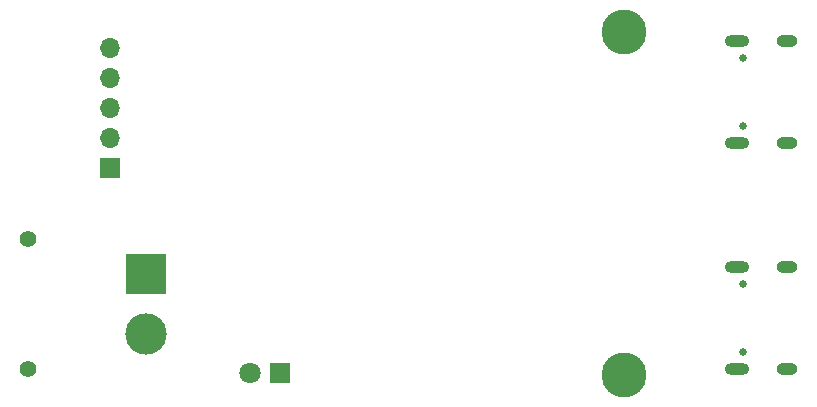
<source format=gbs>
G04 #@! TF.GenerationSoftware,KiCad,Pcbnew,8.0.3*
G04 #@! TF.CreationDate,2024-07-01T21:16:25+08:00*
G04 #@! TF.ProjectId,PD board,50442062-6f61-4726-942e-6b696361645f,rev?*
G04 #@! TF.SameCoordinates,Original*
G04 #@! TF.FileFunction,Soldermask,Bot*
G04 #@! TF.FilePolarity,Negative*
%FSLAX46Y46*%
G04 Gerber Fmt 4.6, Leading zero omitted, Abs format (unit mm)*
G04 Created by KiCad (PCBNEW 8.0.3) date 2024-07-01 21:16:25*
%MOMM*%
%LPD*%
G01*
G04 APERTURE LIST*
%ADD10C,1.400000*%
%ADD11R,3.500000X3.500000*%
%ADD12C,3.500000*%
%ADD13C,0.650000*%
%ADD14O,2.100000X1.000000*%
%ADD15O,1.800000X1.000000*%
%ADD16R,1.800000X1.800000*%
%ADD17C,1.800000*%
%ADD18R,1.700000X1.700000*%
%ADD19O,1.700000X1.700000*%
%ADD20C,3.800000*%
G04 APERTURE END LIST*
D10*
X53500000Y-81500000D03*
X53500000Y-70500000D03*
D11*
X63500000Y-73500000D03*
D12*
X63500000Y-78500000D03*
D13*
X114095000Y-80090000D03*
X114095000Y-74310000D03*
D14*
X113575000Y-81520000D03*
D15*
X117775000Y-81520000D03*
D14*
X113575000Y-72880000D03*
D15*
X117775000Y-72880000D03*
D16*
X74875000Y-81800000D03*
D17*
X72335000Y-81800000D03*
D18*
X60500000Y-64500000D03*
D19*
X60500000Y-61960000D03*
X60500000Y-59420000D03*
X60500000Y-56880000D03*
X60500000Y-54340000D03*
D20*
X104000000Y-82000000D03*
X104000000Y-53000000D03*
D13*
X114080000Y-60970000D03*
X114080000Y-55190000D03*
D14*
X113560000Y-62400000D03*
D15*
X117760000Y-62400000D03*
D14*
X113560000Y-53760000D03*
D15*
X117760000Y-53760000D03*
M02*

</source>
